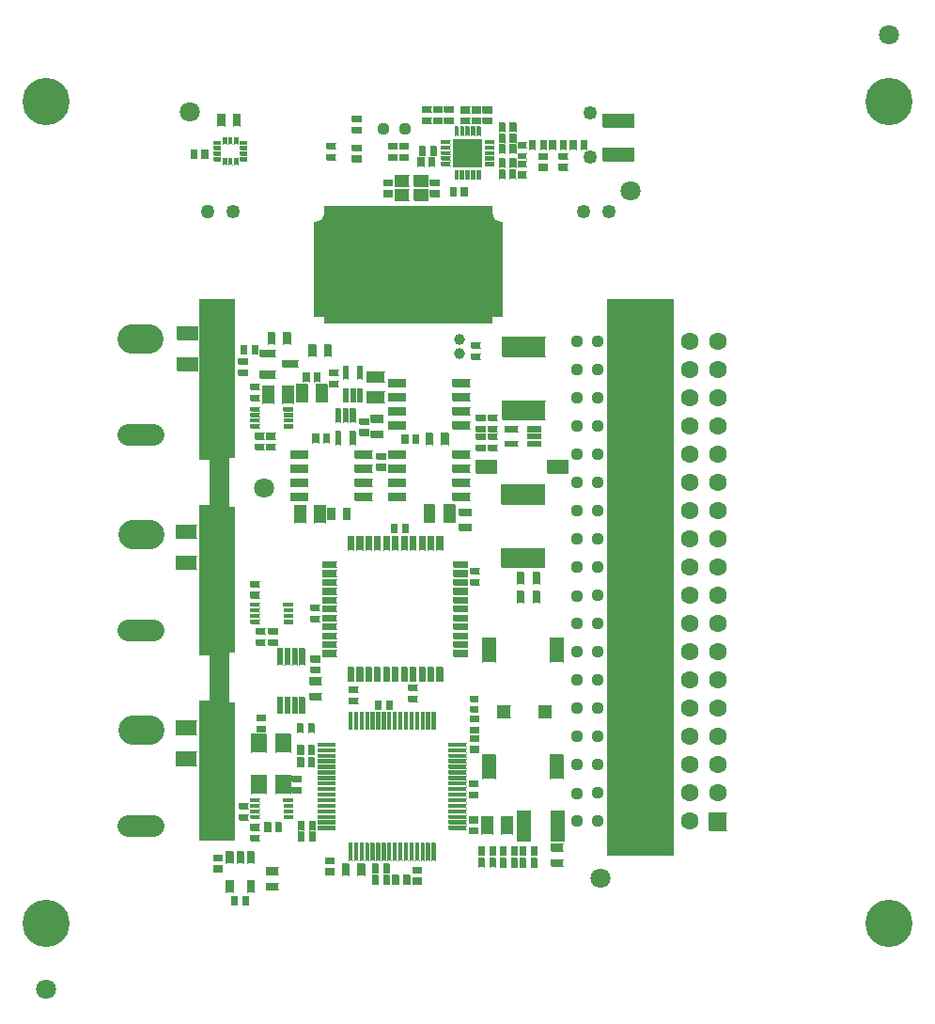
<source format=gts>
*
%FSLAX26Y26*%
%MOIN*%
%ADD10C,0.070870*%
%ADD11C,0.038580*%
%ADD12R,0.020750X0.020750*%
%ADD13C,0.003500*%
%ADD14R,0.017000X0.017000*%
%ADD15C,0.003000*%
%ADD16R,0.013000X0.013000*%
%ADD17R,0.012750X0.012750*%
%ADD18C,0.004000*%
%ADD19R,0.024500X0.024500*%
%ADD20R,0.038500X0.038500*%
%ADD21R,0.048250X0.048250*%
%ADD22R,0.046500X0.046500*%
%ADD23R,0.050500X0.050500*%
%ADD24R,0.068000X0.068000*%
%ADD25R,0.040250X0.040250*%
%ADD26R,0.099500X0.099500*%
%ADD27C,0.104173*%
%ADD28C,0.076173*%
%ADD29R,0.046250X0.046250*%
%ADD30R,0.024750X0.024750*%
%ADD31R,0.044500X0.044500*%
%ADD32R,0.060250X0.060250*%
%ADD33R,0.013250X0.013250*%
%ADD34R,0.018750X0.018750*%
%ADD35C,0.043750*%
%ADD36C,0.063250*%
%ADD37C,0.049250*%
%ADD38C,0.049500*%
%ADD39C,0.162750*%
%ADD40C,0.167323*%
%ADD41R,0.003947X0.003947*%
%ADD42C,0.003937*%
%IPPOS*%
%LN052s8c64709a.gts*%
%LPD*%
G75*
G36*
X705315Y728938D02*
Y1149409D01*
X824213D01*
X824212Y728937D01*
X705315Y728938D01*
G37*
G36*
Y1377363D02*
Y1841141D01*
X824213D01*
X824212Y1377362D01*
X705315Y1377363D01*
G37*
G36*
Y2069489D02*
Y2533661D01*
X824213D01*
X824212Y2069488D01*
X705315Y2069489D01*
G37*
G36*
X1178166Y2522450D02*
Y2932291D01*
X1708482D01*
X1708481Y2522449D01*
X1178166Y2522450D01*
G37*
G36*
X2151789Y673434D02*
Y2532881D01*
X2381513D01*
X2381512Y673433D01*
X2151789Y673434D01*
G37*
G36*
X1178363Y2521464D02*
G02X1178363Y2523828I0J1182D01*
G01X1708285D01*
G02X1708285Y2521464I0J-1182D01*
G01X1178363D01*
G37*
G36*
Y2930913D02*
G02X1178363Y2933277I0J1182D01*
G01X1708285D01*
G02X1708285Y2930913I0J-1182D01*
G01X1178363D01*
G37*
G36*
X2150804Y673630D02*
Y1603157D01*
X2153168D01*
Y674812D01*
X2380134D01*
Y1603157D01*
X2382498D01*
Y673630D01*
G02X2381316Y672448I-1182J0D01*
G01X2151986D01*
G02X2150804Y673630I0J1182D01*
G37*
G36*
Y1603157D02*
G01Y2532685D01*
G02X2151986Y2533867I1182J0D01*
G01X2381316D01*
G02X2382498Y2532685I0J-1182D01*
G01Y1603157D01*
X2380134D01*
Y2531503D01*
X2153168D01*
Y1603157D01*
X2150804D01*
G37*
G36*
X2381134Y1604157D02*
X2381498D01*
G02X2381498Y1602157I0J-1000D01*
G01X2381134D01*
G02X2381134Y1604157I0J1000D01*
G37*
G36*
X2151804D02*
G01X2152168D01*
G02X2152168Y1602157I0J-1000D01*
G01X2151804D01*
G02X2151804Y1604157I0J1000D01*
G37*
G54D10*
X157481Y157155D03*
X2125986Y550856D03*
X669293Y3267391D03*
X3149608Y3542982D03*
X2232674Y2987650D03*
G54D11*
X1623438Y2412027D03*
Y2462027D03*
G54D10*
X930118Y1934842D03*
G54D12*
X1466904Y582699D02*
G01X1480154D01*
G54D13*
X1458279Y593074D02*
X1488779D01*
X1458279Y572324D02*
X1488779D01*
G54D12*
X1466904Y543329D02*
X1480154D01*
G54D13*
X1458279Y553704D02*
X1488779D01*
X1458279Y532954D02*
X1488779D01*
G54D14*
X1244826Y2177276D02*
Y2209776D01*
G54D15*
X1236326Y2170276D02*
Y2216776D01*
X1253326Y2170276D02*
Y2216776D01*
G54D14*
X1219236Y2177276D02*
Y2209776D01*
G54D15*
X1210736Y2170276D02*
Y2216776D01*
X1227736Y2170276D02*
Y2216776D01*
G54D14*
X1193645Y2177276D02*
Y2209776D01*
G54D15*
X1185145Y2170276D02*
Y2216776D01*
X1202145Y2170276D02*
Y2216776D01*
G54D14*
X1193645Y2096567D02*
Y2129067D01*
G54D15*
X1185145Y2089567D02*
Y2136067D01*
X1202145Y2089567D02*
Y2136067D01*
G54D14*
X1244826Y2096567D02*
Y2129067D01*
G54D15*
X1236326Y2089567D02*
Y2136067D01*
X1253326Y2089567D02*
Y2136067D01*
G54D12*
X1364542Y2979943D02*
X1377792D01*
G54D13*
X1355917Y2990318D02*
X1386417D01*
X1355917Y2969568D02*
X1386417D01*
G54D12*
X1364542Y3019313D02*
X1377792D01*
G54D13*
X1355917Y3029688D02*
X1386417D01*
X1355917Y3008938D02*
X1386417D01*
G54D12*
X761195Y586636D02*
X774445D01*
G54D13*
X752570Y597011D02*
X783070D01*
X752570Y576261D02*
X783070D01*
G54D12*
X761195Y626006D02*
X774445D01*
G54D13*
X752570Y636381D02*
X783070D01*
X752570Y615631D02*
X783070D01*
G54D12*
X1420444Y3149228D02*
X1433694D01*
G54D13*
X1411819Y3159603D02*
X1442319D01*
X1411819Y3138853D02*
X1442319D01*
G54D12*
X1420444Y3109858D02*
X1433694D01*
G54D13*
X1411819Y3120233D02*
X1442319D01*
X1411819Y3099483D02*
X1442319D01*
G54D16*
X1237308Y621157D02*
Y671407D01*
G54D15*
X1230808Y616157D02*
Y676407D01*
X1243808Y616157D02*
Y676407D01*
G54D16*
X1256993Y621157D02*
Y671407D01*
G54D15*
X1250493Y616157D02*
Y676407D01*
X1263493Y616157D02*
Y676407D01*
G54D16*
X1276678Y621157D02*
Y671407D01*
G54D15*
X1270178Y616157D02*
Y676407D01*
X1283178Y616157D02*
Y676407D01*
G54D16*
X1296363Y621157D02*
Y671407D01*
G54D15*
X1289863Y616157D02*
Y676407D01*
X1302863Y616157D02*
Y676407D01*
G54D16*
X1316048Y621157D02*
Y671407D01*
G54D15*
X1309548Y616157D02*
Y676407D01*
X1322548Y616157D02*
Y676407D01*
G54D17*
X1335734Y620657D02*
Y671907D01*
G54D18*
X1329359Y616282D02*
Y676282D01*
X1342109Y616282D02*
Y676282D01*
G54D16*
X1355419Y621157D02*
Y671407D01*
G54D15*
X1348919Y616157D02*
Y676407D01*
X1361919Y616157D02*
Y676407D01*
G54D16*
X1375104Y621157D02*
Y671407D01*
G54D15*
X1368604Y616157D02*
Y676407D01*
X1381604Y616157D02*
Y676407D01*
G54D16*
X1394789Y621157D02*
Y671407D01*
G54D15*
X1388289Y616157D02*
Y676407D01*
X1401289Y616157D02*
Y676407D01*
G54D16*
X1414474Y621157D02*
Y671407D01*
G54D15*
X1407974Y616157D02*
Y676407D01*
X1420974Y616157D02*
Y676407D01*
G54D16*
X1434159Y621157D02*
Y671407D01*
G54D15*
X1427659Y616157D02*
Y676407D01*
X1440659Y616157D02*
Y676407D01*
G54D16*
X1453844Y621157D02*
Y671407D01*
G54D15*
X1447344Y616157D02*
Y676407D01*
X1460344Y616157D02*
Y676407D01*
G54D16*
X1473529Y621157D02*
Y671407D01*
G54D15*
X1467029Y616157D02*
Y676407D01*
X1480029Y616157D02*
Y676407D01*
G54D16*
X1493214Y621157D02*
Y671407D01*
G54D15*
X1486714Y616157D02*
Y676407D01*
X1499714Y616157D02*
Y676407D01*
G54D16*
X1512899Y621157D02*
Y671407D01*
G54D15*
X1506399Y616157D02*
Y676407D01*
X1519399Y616157D02*
Y676407D01*
G54D16*
X1532584Y621157D02*
Y671407D01*
G54D15*
X1526084Y616157D02*
Y676407D01*
X1539084Y616157D02*
Y676407D01*
G54D16*
X1592105Y730927D02*
X1642355D01*
G54D15*
X1587105Y737427D02*
X1647355D01*
X1587105Y724427D02*
X1647355D01*
G54D17*
X1591605Y750612D02*
X1642855D01*
G54D18*
X1587230Y756987D02*
X1647230D01*
X1587230Y744237D02*
X1647230D01*
G54D16*
X1592105Y770297D02*
X1642355D01*
G54D15*
X1587105Y776797D02*
X1647355D01*
X1587105Y763797D02*
X1647355D01*
G54D16*
X1592105Y789982D02*
X1642355D01*
G54D15*
X1587105Y796482D02*
X1647355D01*
X1587105Y783482D02*
X1647355D01*
G54D16*
X1592105Y809667D02*
X1642355D01*
G54D15*
X1587105Y816167D02*
X1647355D01*
X1587105Y803167D02*
X1647355D01*
G54D16*
X1592105Y829352D02*
X1642355D01*
G54D15*
X1587105Y835852D02*
X1647355D01*
X1587105Y822852D02*
X1647355D01*
G54D16*
X1592105Y849038D02*
X1642355D01*
G54D15*
X1587105Y855538D02*
X1647355D01*
X1587105Y842538D02*
X1647355D01*
G54D16*
X1592105Y868723D02*
X1642355D01*
G54D15*
X1587105Y875223D02*
X1647355D01*
X1587105Y862223D02*
X1647355D01*
G54D17*
X1591605Y888408D02*
X1642855D01*
G54D18*
X1587230Y894783D02*
X1647230D01*
X1587230Y882033D02*
X1647230D01*
G54D16*
X1592105Y908093D02*
X1642355D01*
G54D15*
X1587105Y914593D02*
X1647355D01*
X1587105Y901593D02*
X1647355D01*
G54D16*
X1592105Y927778D02*
X1642355D01*
G54D15*
X1587105Y934278D02*
X1647355D01*
X1587105Y921278D02*
X1647355D01*
G54D16*
X1592105Y947463D02*
X1642355D01*
G54D15*
X1587105Y953963D02*
X1647355D01*
X1587105Y940963D02*
X1647355D01*
G54D16*
X1592105Y967148D02*
X1642355D01*
G54D15*
X1587105Y973648D02*
X1647355D01*
X1587105Y960648D02*
X1647355D01*
G54D16*
X1592105Y986833D02*
X1642355D01*
G54D15*
X1587105Y993333D02*
X1647355D01*
X1587105Y980333D02*
X1647355D01*
G54D16*
X1592105Y1006518D02*
X1642355D01*
G54D15*
X1587105Y1013018D02*
X1647355D01*
X1587105Y1000018D02*
X1647355D01*
G54D16*
X1592105Y1026203D02*
X1642355D01*
G54D15*
X1587105Y1032703D02*
X1647355D01*
X1587105Y1019703D02*
X1647355D01*
G54D16*
X1532584Y1085724D02*
Y1135974D01*
G54D15*
X1526084Y1080724D02*
Y1140974D01*
X1539084Y1080724D02*
Y1140974D01*
G54D16*
X1512899Y1085724D02*
Y1135974D01*
G54D15*
X1506399Y1080724D02*
Y1140974D01*
X1519399Y1080724D02*
Y1140974D01*
G54D16*
X1493214Y1085724D02*
Y1135974D01*
G54D15*
X1486714Y1080724D02*
Y1140974D01*
X1499714Y1080724D02*
Y1140974D01*
G54D16*
X1473529Y1085724D02*
Y1135974D01*
G54D15*
X1467029Y1080724D02*
Y1140974D01*
X1480029Y1080724D02*
Y1140974D01*
G54D16*
X1453844Y1085724D02*
Y1135974D01*
G54D15*
X1447344Y1080724D02*
Y1140974D01*
X1460344Y1080724D02*
Y1140974D01*
G54D16*
X1434159Y1085724D02*
Y1135974D01*
G54D15*
X1427659Y1080724D02*
Y1140974D01*
X1440659Y1080724D02*
Y1140974D01*
G54D16*
X1414474Y1085724D02*
Y1135974D01*
G54D15*
X1407974Y1080724D02*
Y1140974D01*
X1420974Y1080724D02*
Y1140974D01*
G54D16*
X1394789Y1085724D02*
Y1135974D01*
G54D15*
X1388289Y1080724D02*
Y1140974D01*
X1401289Y1080724D02*
Y1140974D01*
G54D16*
X1375104Y1085724D02*
Y1135974D01*
G54D15*
X1368604Y1080724D02*
Y1140974D01*
X1381604Y1080724D02*
Y1140974D01*
G54D17*
X1355419Y1085224D02*
Y1136474D01*
G54D18*
X1349044Y1080849D02*
Y1140849D01*
X1361794Y1080849D02*
Y1140849D01*
G54D16*
X1335734Y1085724D02*
Y1135974D01*
G54D15*
X1329234Y1080724D02*
Y1140974D01*
X1342234Y1080724D02*
Y1140974D01*
G54D16*
X1316048Y1085724D02*
Y1135974D01*
G54D15*
X1309548Y1080724D02*
Y1140974D01*
X1322548Y1080724D02*
Y1140974D01*
G54D16*
X1296363Y1085724D02*
Y1135974D01*
G54D15*
X1289863Y1080724D02*
Y1140974D01*
X1302863Y1080724D02*
Y1140974D01*
G54D16*
X1276678Y1085724D02*
Y1135974D01*
G54D15*
X1270178Y1080724D02*
Y1140974D01*
X1283178Y1080724D02*
Y1140974D01*
G54D16*
X1256993Y1085724D02*
Y1135974D01*
G54D15*
X1250493Y1080724D02*
Y1140974D01*
X1263493Y1080724D02*
Y1140974D01*
G54D16*
X1237308Y1085724D02*
Y1135974D01*
G54D15*
X1230808Y1080724D02*
Y1140974D01*
X1243808Y1080724D02*
Y1140974D01*
G54D16*
X1127538Y1026203D02*
X1177788D01*
G54D15*
X1122538Y1032703D02*
X1182788D01*
X1122538Y1019703D02*
X1182788D01*
G54D17*
X1127038Y1006518D02*
X1178288D01*
G54D18*
X1122663Y1012893D02*
X1182663D01*
X1122663Y1000143D02*
X1182663D01*
G54D16*
X1127538Y986833D02*
X1177788D01*
G54D15*
X1122538Y993333D02*
X1182788D01*
X1122538Y980333D02*
X1182788D01*
G54D16*
X1127538Y967148D02*
X1177788D01*
G54D15*
X1122538Y973648D02*
X1182788D01*
X1122538Y960648D02*
X1182788D01*
G54D16*
X1127538Y947463D02*
X1177788D01*
G54D15*
X1122538Y953963D02*
X1182788D01*
X1122538Y940963D02*
X1182788D01*
G54D16*
X1127538Y927778D02*
X1177788D01*
G54D15*
X1122538Y934278D02*
X1182788D01*
X1122538Y921278D02*
X1182788D01*
G54D16*
X1127538Y908093D02*
X1177788D01*
G54D15*
X1122538Y914593D02*
X1182788D01*
X1122538Y901593D02*
X1182788D01*
G54D16*
X1127538Y888408D02*
X1177788D01*
G54D15*
X1122538Y894908D02*
X1182788D01*
X1122538Y881908D02*
X1182788D01*
G54D16*
X1127538Y868723D02*
X1177788D01*
G54D15*
X1122538Y875223D02*
X1182788D01*
X1122538Y862223D02*
X1182788D01*
G54D17*
X1127038Y849038D02*
X1178288D01*
G54D18*
X1122663Y855413D02*
X1182663D01*
X1122663Y842663D02*
X1182663D01*
G54D17*
X1127038Y829352D02*
X1178288D01*
G54D18*
X1122663Y835727D02*
X1182663D01*
X1122663Y822977D02*
X1182663D01*
G54D16*
X1127538Y809667D02*
X1177788D01*
G54D15*
X1122538Y816167D02*
X1182788D01*
X1122538Y803167D02*
X1182788D01*
G54D16*
X1127538Y789982D02*
X1177788D01*
G54D15*
X1122538Y796482D02*
X1182788D01*
X1122538Y783482D02*
X1182788D01*
G54D16*
X1127538Y770297D02*
X1177788D01*
G54D15*
X1122538Y776797D02*
X1182788D01*
X1122538Y763797D02*
X1182788D01*
G54D16*
X1127538Y750612D02*
X1177788D01*
G54D15*
X1122538Y757112D02*
X1182788D01*
X1122538Y744112D02*
X1182788D01*
G54D16*
X1127538Y730927D02*
X1177788D01*
G54D15*
X1122538Y737427D02*
X1182788D01*
X1122538Y724427D02*
X1182788D01*
G54D12*
X1773726Y3041625D02*
Y3054875D01*
G54D13*
X1763351Y3033000D02*
Y3063500D01*
X1784101Y3033000D02*
Y3063500D01*
G54D12*
X1813096Y3041625D02*
Y3054875D01*
G54D13*
X1802721Y3033000D02*
Y3063500D01*
X1823471Y3033000D02*
Y3063500D01*
G54D12*
X1391836Y1786310D02*
Y1799560D01*
G54D13*
X1381461Y1777685D02*
Y1808185D01*
X1402211Y1777685D02*
Y1808185D01*
G54D12*
X1431206Y1786310D02*
Y1799560D01*
G54D13*
X1420831Y1777685D02*
Y1808185D01*
X1441581Y1777685D02*
Y1808185D01*
G54D12*
X849871Y2345275D02*
X863121D01*
G54D13*
X841246Y2355650D02*
X871746D01*
X841246Y2334900D02*
X871746D01*
G54D12*
X849871Y2384646D02*
X863121D01*
G54D13*
X841246Y2395021D02*
X871746D01*
X841246Y2374271D02*
X871746D01*
G54D19*
X1103668Y1251597D02*
X1122918D01*
G54D13*
X1093168Y1263847D02*
X1133418D01*
X1093168Y1239347D02*
X1133418D01*
G54D19*
X1103668Y1196478D02*
X1122918D01*
G54D13*
X1093168Y1208728D02*
X1133418D01*
X1093168Y1184228D02*
X1133418D01*
G54D20*
X944291Y2253232D02*
Y2280232D01*
G54D13*
X925041Y2235732D02*
Y2297732D01*
X963541Y2235732D02*
Y2297732D01*
G54D20*
X1015158Y2253232D02*
Y2280232D01*
G54D13*
X995908Y2235732D02*
Y2297732D01*
X1034408Y2235732D02*
Y2297732D01*
G54D12*
X1580093Y3278171D02*
X1593343D01*
G54D13*
X1571468Y3288546D02*
X1601968D01*
X1571468Y3267796D02*
X1601968D01*
G54D12*
X1580093Y3238801D02*
X1593343D01*
G54D13*
X1571468Y3249176D02*
X1601968D01*
X1571468Y3228426D02*
X1601968D01*
G54D19*
X1101398Y2413231D02*
Y2432481D01*
G54D13*
X1089148Y2402731D02*
Y2442981D01*
X1113648Y2402731D02*
Y2442981D01*
G54D19*
X1156516Y2413231D02*
Y2432481D01*
G54D13*
X1144266Y2402731D02*
Y2442981D01*
X1168766Y2402731D02*
Y2442981D01*
G54D12*
X1773726Y3081586D02*
Y3094836D01*
G54D13*
X1763351Y3072961D02*
Y3103461D01*
X1784101Y3072961D02*
Y3103461D01*
G54D12*
X1813096Y3081586D02*
Y3094836D01*
G54D13*
X1802721Y3072961D02*
Y3103461D01*
X1823471Y3072961D02*
Y3103461D01*
G54D12*
X1525860Y3085402D02*
Y3098652D01*
G54D13*
X1515485Y3076777D02*
Y3107277D01*
X1536235Y3076777D02*
Y3107277D01*
G54D12*
X1486490Y3085402D02*
Y3098652D01*
G54D13*
X1476115Y3076777D02*
Y3107277D01*
X1496865Y3076777D02*
Y3107277D01*
G54D21*
X645555Y2374803D02*
X672555D01*
G54D13*
X623180Y2398928D02*
X694930D01*
X623180Y2350678D02*
X694930D01*
G54D21*
X645555Y2485039D02*
X672555D01*
G54D13*
X623180Y2509164D02*
X694930D01*
X623180Y2460914D02*
X694930D01*
G54D14*
X1872633Y2094116D02*
X1905133D01*
G54D15*
X1865633Y2102616D02*
X1912133D01*
X1865633Y2085616D02*
X1912133D01*
G54D14*
X1872633Y2119707D02*
X1905133D01*
G54D15*
X1865633Y2128207D02*
X1912133D01*
X1865633Y2111207D02*
X1912133D01*
G54D14*
X1872633Y2145297D02*
X1905133D01*
G54D15*
X1865633Y2153797D02*
X1912133D01*
X1865633Y2136797D02*
X1912133D01*
G54D14*
X1791924Y2145297D02*
X1824424D01*
G54D15*
X1784924Y2153797D02*
X1831424D01*
X1784924Y2136797D02*
X1831424D01*
G54D14*
X1791924Y2094116D02*
X1824424D01*
G54D15*
X1784924Y2102616D02*
X1831424D01*
X1784924Y2085616D02*
X1831424D01*
G54D12*
X1639584Y2979210D02*
Y2992460D01*
G54D13*
X1629209Y2970585D02*
Y3001085D01*
X1649959Y2970585D02*
Y3001085D01*
G54D12*
X1600214Y2979210D02*
Y2992460D01*
G54D13*
X1589839Y2970585D02*
Y3001085D01*
X1610589Y2970585D02*
Y3001085D01*
G54D12*
X1061811Y693375D02*
Y706625D01*
G54D13*
X1051436Y684750D02*
Y715250D01*
X1072186Y684750D02*
Y715250D01*
G54D12*
X1101181Y693375D02*
Y706625D01*
G54D13*
X1090806Y684750D02*
Y715250D01*
X1111556Y684750D02*
Y715250D01*
G54D12*
X1672613Y1601990D02*
X1685863D01*
G54D13*
X1663988Y1612365D02*
X1694488D01*
X1663988Y1591615D02*
X1694488D01*
G54D12*
X1672613Y1641360D02*
X1685863D01*
G54D13*
X1663988Y1651735D02*
X1694488D01*
X1663988Y1630985D02*
X1694488D01*
G54D12*
X892391Y2295669D02*
X905641D01*
G54D13*
X883766Y2306044D02*
X914266D01*
X883766Y2285294D02*
X914266D01*
G54D12*
X892391Y2256299D02*
X905641D01*
G54D13*
X883766Y2266674D02*
X914266D01*
X883766Y2245924D02*
X914266D01*
G54D12*
X1157849Y616537D02*
X1171099D01*
G54D13*
X1149224Y626912D02*
X1179724D01*
X1149224Y606162D02*
X1179724D01*
G54D12*
X1157849Y577167D02*
X1171099D01*
G54D13*
X1149224Y587542D02*
X1179724D01*
X1149224Y566792D02*
X1179724D01*
G54D22*
X1970576Y705801D02*
Y769801D01*
G54D15*
X1947326Y684051D02*
Y791551D01*
X1993826Y684051D02*
Y791551D01*
G54D22*
X1852466Y705801D02*
Y769801D01*
G54D15*
X1829216Y684051D02*
Y791551D01*
X1875716Y684051D02*
Y791551D01*
G54D12*
X1279540Y2133486D02*
X1292790D01*
G54D13*
X1270915Y2143861D02*
X1301415D01*
X1270915Y2123111D02*
X1301415D01*
G54D12*
X1279540Y2172856D02*
X1292790D01*
G54D13*
X1270915Y2183231D02*
X1301415D01*
X1270915Y2162481D02*
X1301415D01*
G54D19*
X1895852Y1606145D02*
Y1625395D01*
G54D13*
X1883602Y1595645D02*
Y1635895D01*
X1908102Y1595645D02*
Y1635895D01*
G54D19*
X1840734Y1606145D02*
Y1625395D01*
G54D13*
X1828484Y1595645D02*
Y1635895D01*
X1852984Y1595645D02*
Y1635895D01*
G54D12*
X1677534Y3237817D02*
X1690784D01*
G54D13*
X1668909Y3248192D02*
X1699409D01*
X1668909Y3227442D02*
X1699409D01*
G54D12*
X1677534Y3277187D02*
X1690784D01*
G54D13*
X1668909Y3287562D02*
X1699409D01*
X1668909Y3266812D02*
X1699409D01*
G54D23*
X998135Y877080D02*
Y893830D01*
G54D15*
X972885Y853330D02*
Y917580D01*
X1023385Y853330D02*
Y917580D01*
G54D23*
X998135Y1022749D02*
Y1039499D01*
G54D15*
X972885Y998999D02*
Y1063249D01*
X1023385Y998999D02*
Y1063249D01*
G54D23*
X911521Y1022749D02*
Y1039499D01*
G54D15*
X886271Y998999D02*
Y1063249D01*
X936771Y998999D02*
Y1063249D01*
G54D23*
X911521Y877080D02*
Y893830D01*
G54D15*
X886271Y853330D02*
Y917580D01*
X936771Y853330D02*
Y917580D01*
G54D16*
X1006461Y1463132D02*
X1027211D01*
G54D15*
X1001461Y1469632D02*
X1032211D01*
X1001461Y1456632D02*
X1032211D01*
G54D16*
X1006461Y1482817D02*
X1027211D01*
G54D15*
X1001461Y1489317D02*
X1032211D01*
X1001461Y1476317D02*
X1032211D01*
G54D16*
X1006461Y1502502D02*
X1027211D01*
G54D15*
X1001461Y1509002D02*
X1032211D01*
X1001461Y1496002D02*
X1032211D01*
G54D17*
X1005961Y1522187D02*
X1027711D01*
G54D18*
X1001586Y1528562D02*
X1032086D01*
X1001586Y1515812D02*
X1032086D01*
G54D16*
X888351Y1522187D02*
X909101D01*
G54D15*
X883351Y1528687D02*
X914101D01*
X883351Y1515687D02*
X914101D01*
G54D16*
X888351Y1502502D02*
X909101D01*
G54D15*
X883351Y1509002D02*
X914101D01*
X883351Y1496002D02*
X914101D01*
G54D16*
X888351Y1482817D02*
X909101D01*
G54D15*
X883351Y1489317D02*
X914101D01*
X883351Y1476317D02*
X914101D01*
G54D16*
X888351Y1463132D02*
X909101D01*
G54D15*
X883351Y1469632D02*
X914101D01*
X883351Y1456632D02*
X914101D01*
G54D12*
X912666Y1427559D02*
X925916D01*
G54D13*
X904041Y1437934D02*
X934541D01*
X904041Y1417184D02*
X934541D01*
G54D12*
X912666Y1388189D02*
X925916D01*
G54D13*
X904041Y1398564D02*
X934541D01*
X904041Y1377814D02*
X934541D01*
G54D22*
X2156096Y3119707D02*
X2220096D01*
G54D15*
X2134346Y3142957D02*
X2241846D01*
X2134346Y3096457D02*
X2241846D01*
G54D22*
X2156096Y3237817D02*
X2220096D01*
G54D15*
X2134346Y3261067D02*
X2241846D01*
X2134346Y3214567D02*
X2241846D01*
G54D12*
X1452140Y1228959D02*
X1465390D01*
G54D13*
X1443515Y1239334D02*
X1474015D01*
X1443515Y1218584D02*
X1474015D01*
G54D12*
X1452140Y1189589D02*
X1465390D01*
G54D13*
X1443515Y1199964D02*
X1474015D01*
X1443515Y1179214D02*
X1474015D01*
G54D12*
X1735605Y2117738D02*
X1748855D01*
G54D13*
X1726980Y2128113D02*
X1757480D01*
X1726980Y2107363D02*
X1757480D01*
G54D12*
X1735605Y2078368D02*
X1748855D01*
G54D13*
X1726980Y2088743D02*
X1757480D01*
X1726980Y2067993D02*
X1757480D01*
G54D12*
X2026678Y3145562D02*
Y3158812D01*
G54D13*
X2016303Y3136937D02*
Y3167437D01*
X2037053Y3136937D02*
Y3167437D01*
G54D12*
X2066048Y3145562D02*
Y3158812D01*
G54D13*
X2055673Y3136937D02*
Y3167437D01*
X2076423Y3136937D02*
Y3167437D01*
G54D12*
X909123Y2120275D02*
X922373D01*
G54D13*
X900498Y2130650D02*
X930998D01*
X900498Y2109900D02*
X930998D01*
G54D12*
X909123Y2080905D02*
X922373D01*
G54D13*
X900498Y2091280D02*
X930998D01*
X900498Y2070530D02*
X930998D01*
G54D12*
X719592Y3113082D02*
Y3126332D01*
G54D13*
X709217Y3104457D02*
Y3134957D01*
X729967Y3104457D02*
Y3134957D01*
G54D12*
X680222Y3113082D02*
Y3126332D01*
G54D13*
X669847Y3104457D02*
Y3134957D01*
X690597Y3104457D02*
Y3134957D01*
G54D12*
X1716234Y3237817D02*
X1729484D01*
G54D13*
X1707609Y3248192D02*
X1738109D01*
X1707609Y3227442D02*
X1738109D01*
G54D12*
X1716234Y3277187D02*
X1729484D01*
G54D13*
X1707609Y3287562D02*
X1738109D01*
X1707609Y3266812D02*
X1738109D01*
G54D12*
X1364277Y580602D02*
Y593852D01*
G54D13*
X1353902Y571977D02*
Y602477D01*
X1374652Y571977D02*
Y602477D01*
G54D12*
X1324907Y580602D02*
Y593852D01*
G54D13*
X1314532Y571977D02*
Y602477D01*
X1335282Y571977D02*
Y602477D01*
G54D12*
X1735605Y2184667D02*
X1748855D01*
G54D13*
X1726980Y2195042D02*
X1757480D01*
X1726980Y2174292D02*
X1757480D01*
G54D12*
X1735605Y2145297D02*
X1748855D01*
G54D13*
X1726980Y2155672D02*
X1757480D01*
X1726980Y2134922D02*
X1757480D01*
G54D20*
X1129041Y1830616D02*
Y1857616D01*
G54D13*
X1109791Y1813116D02*
Y1875116D01*
X1148291Y1813116D02*
Y1875116D01*
G54D20*
X1058174Y1830616D02*
Y1857616D01*
G54D13*
X1038924Y1813116D02*
Y1875116D01*
X1077424Y1813116D02*
Y1875116D01*
G54D19*
X1219592Y573448D02*
Y592698D01*
G54D13*
X1207342Y562948D02*
Y603198D01*
X1231842Y562948D02*
Y603198D01*
G54D19*
X1274710Y573448D02*
Y592698D01*
G54D13*
X1262460Y562948D02*
Y603198D01*
X1286960Y562948D02*
Y603198D01*
G54D19*
X1264435Y1904943D02*
X1303435D01*
G54D13*
X1253935Y1917193D02*
X1313935D01*
X1253935Y1892693D02*
X1313935D01*
G54D19*
X1264435Y1954943D02*
X1303435D01*
G54D13*
X1253935Y1967193D02*
X1313935D01*
X1253935Y1942693D02*
X1313935D01*
G54D19*
X1264435Y2004943D02*
X1303435D01*
G54D13*
X1253935Y2017193D02*
X1313935D01*
X1253935Y1992693D02*
X1313935D01*
G54D19*
X1264435Y2054943D02*
X1303435D01*
G54D13*
X1253935Y2067193D02*
X1313935D01*
X1253935Y2042693D02*
X1313935D01*
G54D19*
X1036088Y2054943D02*
X1075088D01*
G54D13*
X1025588Y2067193D02*
X1085588D01*
X1025588Y2042693D02*
X1085588D01*
G54D19*
X1036088Y2004943D02*
X1075088D01*
G54D13*
X1025588Y2017193D02*
X1085588D01*
X1025588Y1992693D02*
X1085588D01*
G54D19*
X1036088Y1954943D02*
X1075088D01*
G54D13*
X1025588Y1967193D02*
X1085588D01*
X1025588Y1942693D02*
X1085588D01*
G54D19*
X1036088Y1904943D02*
X1075088D01*
G54D13*
X1025588Y1917193D02*
X1085588D01*
X1025588Y1892693D02*
X1085588D01*
G54D24*
X1806388Y1913014D02*
X1892638D01*
G54D13*
X1774138Y1947014D02*
X1924888D01*
X1774138Y1879014D02*
X1924888D01*
G54D24*
X1806388Y1688604D02*
X1892638D01*
G54D13*
X1774138Y1722604D02*
X1924888D01*
X1774138Y1654604D02*
X1924888D01*
G54D16*
X1006461Y770140D02*
X1027211D01*
G54D15*
X1001461Y776640D02*
X1032211D01*
X1001461Y763640D02*
X1032211D01*
G54D16*
X1006461Y789825D02*
X1027211D01*
G54D15*
X1001461Y796325D02*
X1032211D01*
X1001461Y783325D02*
X1032211D01*
G54D16*
X1006461Y809510D02*
X1027211D01*
G54D15*
X1001461Y816010D02*
X1032211D01*
X1001461Y803010D02*
X1032211D01*
G54D17*
X1005961Y829195D02*
X1027711D01*
G54D18*
X1001586Y835570D02*
X1032086D01*
X1001586Y822820D02*
X1032086D01*
G54D16*
X888351Y829195D02*
X909101D01*
G54D15*
X883351Y835695D02*
X914101D01*
X883351Y822695D02*
X914101D01*
G54D16*
X888351Y809510D02*
X909101D01*
G54D15*
X883351Y816010D02*
X914101D01*
X883351Y803010D02*
X914101D01*
G54D16*
X888351Y789825D02*
X909101D01*
G54D15*
X883351Y796325D02*
X914101D01*
X883351Y783325D02*
X914101D01*
G54D16*
X888351Y770140D02*
X909101D01*
G54D15*
X883351Y776640D02*
X914101D01*
X883351Y763640D02*
X914101D01*
G54D19*
X1010930Y2456539D02*
Y2475789D01*
G54D13*
X998680Y2446039D02*
Y2486289D01*
X1023180Y2446039D02*
Y2486289D01*
G54D19*
X955812Y2456539D02*
Y2475789D01*
G54D13*
X943562Y2446039D02*
Y2486289D01*
X968062Y2446039D02*
Y2486289D01*
G54D25*
X1481558Y3025219D02*
X1493058D01*
G54D13*
X1463183Y3045344D02*
X1511433D01*
X1463183Y3005094D02*
X1511433D01*
G54D25*
X1414629Y3025219D02*
X1426129D01*
G54D13*
X1396254Y3045344D02*
X1444504D01*
X1396254Y3005094D02*
X1444504D01*
G54D25*
X1414629Y2974038D02*
X1426129D01*
G54D13*
X1396254Y2994163D02*
X1444504D01*
X1396254Y2953913D02*
X1444504D01*
G54D25*
X1481558Y2974038D02*
X1493058D01*
G54D13*
X1463183Y2994163D02*
X1511433D01*
X1463183Y2953913D02*
X1511433D01*
G54D20*
X1313375Y2259471D02*
X1340375D01*
G54D13*
X1295875Y2278721D02*
X1357875D01*
X1295875Y2240221D02*
X1357875D01*
G54D20*
X1313375Y2330337D02*
X1340375D01*
G54D13*
X1295875Y2349587D02*
X1357875D01*
X1295875Y2311087D02*
X1357875D01*
G54D12*
X1667691Y849038D02*
X1680941D01*
G54D13*
X1659066Y859413D02*
X1689566D01*
X1659066Y838663D02*
X1689566D01*
G54D12*
X1667691Y888408D02*
X1680941D01*
G54D13*
X1659066Y898783D02*
X1689566D01*
X1659066Y878033D02*
X1689566D01*
G54D12*
X1670644Y1049825D02*
X1683894D01*
G54D13*
X1662019Y1060200D02*
X1692519D01*
X1662019Y1039450D02*
X1692519D01*
G54D12*
X1670644Y1010455D02*
X1683894D01*
G54D13*
X1662019Y1020830D02*
X1692519D01*
X1662019Y1000080D02*
X1692519D01*
G54D12*
X1773836Y3130785D02*
Y3144035D01*
G54D13*
X1763461Y3122160D02*
Y3152660D01*
X1784211Y3122160D02*
Y3152660D01*
G54D12*
X1813206Y3130785D02*
Y3144035D01*
G54D13*
X1802831Y3122160D02*
Y3152660D01*
X1823581Y3122160D02*
Y3152660D01*
G54D16*
X1565300Y3163019D02*
X1585300D01*
G54D15*
X1560300Y3169519D02*
X1590300D01*
X1560300Y3156519D02*
X1590300D01*
G54D16*
X1565300Y3143334D02*
X1585300D01*
G54D15*
X1560300Y3149834D02*
X1590300D01*
X1560300Y3136834D02*
X1590300D01*
G54D16*
X1565300Y3123649D02*
X1585300D01*
G54D15*
X1560300Y3130149D02*
X1590300D01*
X1560300Y3117149D02*
X1590300D01*
G54D16*
X1565300Y3103964D02*
X1585300D01*
G54D15*
X1560300Y3110464D02*
X1590300D01*
X1560300Y3097464D02*
X1590300D01*
G54D16*
X1565300Y3084279D02*
X1585300D01*
G54D15*
X1560300Y3090779D02*
X1590300D01*
X1560300Y3077779D02*
X1590300D01*
G54D16*
X1613293Y3036287D02*
Y3056287D01*
G54D15*
X1606793Y3031287D02*
Y3061287D01*
X1619793Y3031287D02*
Y3061287D01*
G54D16*
X1632978Y3036287D02*
Y3056287D01*
G54D15*
X1626478Y3031287D02*
Y3061287D01*
X1639478Y3031287D02*
Y3061287D01*
G54D16*
X1652663Y3036287D02*
Y3056287D01*
G54D15*
X1646163Y3031287D02*
Y3061287D01*
X1659163Y3031287D02*
Y3061287D01*
G54D16*
X1672348Y3036287D02*
Y3056287D01*
G54D15*
X1665848Y3031287D02*
Y3061287D01*
X1678848Y3031287D02*
Y3061287D01*
G54D16*
X1692033Y3036287D02*
Y3056287D01*
G54D15*
X1685533Y3031287D02*
Y3061287D01*
X1698533Y3031287D02*
Y3061287D01*
G54D16*
X1720025Y3084279D02*
X1740025D01*
G54D15*
X1715025Y3090779D02*
X1745025D01*
X1715025Y3077779D02*
X1745025D01*
G54D16*
X1720025Y3103964D02*
X1740025D01*
G54D15*
X1715025Y3110464D02*
X1745025D01*
X1715025Y3097464D02*
X1745025D01*
G54D16*
X1720025Y3123649D02*
X1740025D01*
G54D15*
X1715025Y3130149D02*
X1745025D01*
X1715025Y3117149D02*
X1745025D01*
G54D16*
X1720025Y3143334D02*
X1740025D01*
G54D15*
X1715025Y3149834D02*
X1745025D01*
X1715025Y3136834D02*
X1745025D01*
G54D16*
X1720025Y3163019D02*
X1740025D01*
G54D15*
X1715025Y3169519D02*
X1745025D01*
X1715025Y3156519D02*
X1745025D01*
G54D17*
X1692033Y3190511D02*
Y3211511D01*
G54D18*
X1685658Y3186136D02*
Y3215886D01*
X1698408Y3186136D02*
Y3215886D01*
G54D16*
X1672348Y3191011D02*
Y3211011D01*
G54D15*
X1665848Y3186011D02*
Y3216011D01*
X1678848Y3186011D02*
Y3216011D01*
G54D16*
X1652663Y3191011D02*
Y3211011D01*
G54D15*
X1646163Y3186011D02*
Y3216011D01*
X1659163Y3186011D02*
Y3216011D01*
G54D17*
X1632978Y3190511D02*
Y3211511D01*
G54D18*
X1626603Y3186136D02*
Y3215886D01*
X1639353Y3186136D02*
Y3215886D01*
G54D16*
X1613293Y3191011D02*
Y3211011D01*
G54D15*
X1606793Y3186011D02*
Y3216011D01*
X1619793Y3186011D02*
Y3216011D01*
G54D26*
X1650913Y3123649D02*
X1654413D01*
G54D13*
X1602913Y3173399D02*
X1702413D01*
X1602913Y3073899D02*
X1702413D01*
G54D19*
X1611509Y1904746D02*
X1650509D01*
G54D13*
X1601009Y1916996D02*
X1661009D01*
X1601009Y1892496D02*
X1661009D01*
G54D19*
X1611509Y1954746D02*
X1650509D01*
G54D13*
X1601009Y1966996D02*
X1661009D01*
X1601009Y1942496D02*
X1661009D01*
G54D19*
X1611509Y2004746D02*
X1650509D01*
G54D13*
X1601009Y2016996D02*
X1661009D01*
X1601009Y1992496D02*
X1661009D01*
G54D19*
X1611509Y2054746D02*
X1650509D01*
G54D13*
X1601009Y2066996D02*
X1661009D01*
X1601009Y2042496D02*
X1661009D01*
G54D19*
X1383163Y2054746D02*
X1422163D01*
G54D13*
X1372663Y2066996D02*
X1432663D01*
X1372663Y2042496D02*
X1432663D01*
G54D19*
X1383163Y2004746D02*
X1422163D01*
G54D13*
X1372663Y2016996D02*
X1432663D01*
X1372663Y1992496D02*
X1432663D01*
G54D19*
X1383163Y1954746D02*
X1422163D01*
G54D13*
X1372663Y1966996D02*
X1432663D01*
X1372663Y1942496D02*
X1432663D01*
G54D19*
X1383163Y1904746D02*
X1422163D01*
G54D13*
X1372663Y1916996D02*
X1432663D01*
X1372663Y1892496D02*
X1432663D01*
G54D19*
X1960951Y662423D02*
X1980201D01*
G54D13*
X1950451Y674673D02*
X1990701D01*
X1950451Y650173D02*
X1990701D01*
G54D19*
X1960951Y607305D02*
X1980201D01*
G54D13*
X1950451Y619555D02*
X1990701D01*
X1950451Y595055D02*
X1990701D01*
G54D12*
X1888402Y642961D02*
Y656211D01*
G54D13*
X1878027Y634336D02*
Y664836D01*
X1898777Y634336D02*
Y664836D01*
G54D12*
X1849032Y642961D02*
Y656211D01*
G54D13*
X1838657Y634336D02*
Y664836D01*
X1859407Y634336D02*
Y664836D01*
G54D19*
X1840655Y1540200D02*
Y1559450D01*
G54D13*
X1828405Y1529700D02*
Y1569950D01*
X1852905Y1529700D02*
Y1569950D01*
G54D19*
X1895773Y1540200D02*
Y1559450D01*
G54D13*
X1883523Y1529700D02*
Y1569950D01*
X1908023Y1529700D02*
Y1569950D01*
G54D12*
X1838951Y3086228D02*
X1852201D01*
G54D13*
X1830326Y3096603D02*
X1860826D01*
X1830326Y3075853D02*
X1860826D01*
G54D12*
X1838951Y3046858D02*
X1852201D01*
G54D13*
X1830326Y3057233D02*
X1860826D01*
X1830326Y3036483D02*
X1860826D01*
G54D27*
X463253Y1771864D02*
X523253D01*
G54D28*
X449253Y1431612D02*
X537253D01*
G54D12*
X898228Y2418965D02*
Y2432215D01*
G54D13*
X887853Y2410340D02*
Y2440840D01*
X908603Y2410340D02*
Y2440840D01*
G54D12*
X858858Y2418965D02*
Y2432215D01*
G54D13*
X848483Y2410340D02*
Y2440840D01*
X869233Y2410340D02*
Y2440840D01*
G54D24*
X1809341Y2436636D02*
X1895591D01*
G54D13*
X1777091Y2470636D02*
X1927841D01*
X1777091Y2402636D02*
X1927841D01*
G54D24*
X1809341Y2212227D02*
X1895591D01*
G54D13*
X1777091Y2246227D02*
X1927841D01*
X1777091Y2178227D02*
X1927841D01*
G54D12*
X1670644Y1079352D02*
X1683894D01*
G54D13*
X1662019Y1089727D02*
X1692519D01*
X1662019Y1068977D02*
X1692519D01*
G54D12*
X1670644Y1118723D02*
X1683894D01*
G54D13*
X1662019Y1129098D02*
X1692519D01*
X1662019Y1108348D02*
X1692519D01*
G54D12*
X956564Y1427362D02*
X969814D01*
G54D13*
X947939Y1437737D02*
X978439D01*
X947939Y1416987D02*
X978439D01*
G54D12*
X956564Y1387992D02*
X969814D01*
G54D13*
X947939Y1398367D02*
X978439D01*
X947939Y1377617D02*
X978439D01*
G54D12*
X943307Y726839D02*
Y740089D01*
G54D13*
X932932Y718214D02*
Y748714D01*
X953682Y718214D02*
Y748714D01*
G54D12*
X982677Y726839D02*
Y740089D01*
G54D13*
X972302Y718214D02*
Y748714D01*
X993052Y718214D02*
Y748714D01*
G54D12*
X1693282Y2145297D02*
X1706532D01*
G54D13*
X1684657Y2155672D02*
X1715157D01*
X1684657Y2134922D02*
X1715157D01*
G54D12*
X1693282Y2184667D02*
X1706532D01*
G54D13*
X1684657Y2195042D02*
X1715157D01*
X1684657Y2174292D02*
X1715157D01*
G54D12*
X1469225Y2102255D02*
Y2115505D01*
G54D13*
X1458850Y2093630D02*
Y2124130D01*
X1479600Y2093630D02*
Y2124130D01*
G54D12*
X1429855Y2102255D02*
Y2115505D01*
G54D13*
X1419480Y2093630D02*
Y2124130D01*
X1440230Y2093630D02*
Y2124130D01*
G54D12*
X1105683Y1472069D02*
X1118933D01*
G54D13*
X1097058Y1482444D02*
X1127558D01*
X1097058Y1461694D02*
X1127558D01*
G54D12*
X1105683Y1511439D02*
X1118933D01*
G54D13*
X1097058Y1521814D02*
X1127558D01*
X1097058Y1501064D02*
X1127558D01*
G54D12*
X1039849Y866347D02*
X1053099D01*
G54D13*
X1031224Y876722D02*
X1061724D01*
X1031224Y855972D02*
X1061724D01*
G54D12*
X1039849Y905717D02*
X1053099D01*
G54D13*
X1031224Y916092D02*
X1061724D01*
X1031224Y895342D02*
X1061724D01*
G54D12*
X1113293Y2105208D02*
Y2118458D01*
G54D13*
X1102918Y2096583D02*
Y2127083D01*
X1123668Y2096583D02*
Y2127083D01*
G54D12*
X1152663Y2105208D02*
Y2118458D01*
G54D13*
X1142288Y2096583D02*
Y2127083D01*
X1163038Y2096583D02*
Y2127083D01*
G54D12*
X1252965Y3245691D02*
X1266215D01*
G54D13*
X1244340Y3256066D02*
X1274840D01*
X1244340Y3235316D02*
X1274840D01*
G54D12*
X1252965Y3206321D02*
X1266215D01*
G54D13*
X1244340Y3216696D02*
X1274840D01*
X1244340Y3195946D02*
X1274840D01*
G54D19*
X1321816Y2181715D02*
X1341066D01*
G54D13*
X1311316Y2193965D02*
X1351566D01*
X1311316Y2169465D02*
X1351566D01*
G54D19*
X1321816Y2126597D02*
X1341066D01*
G54D13*
X1311316Y2138847D02*
X1351566D01*
X1311316Y2114347D02*
X1351566D01*
G54D12*
X1079828Y2321743D02*
Y2334993D01*
G54D13*
X1069453Y2313118D02*
Y2343618D01*
X1090203Y2313118D02*
Y2343618D01*
G54D12*
X1119198Y2321743D02*
Y2334993D01*
G54D13*
X1108823Y2313118D02*
Y2343618D01*
X1129573Y2313118D02*
Y2343618D01*
G54D12*
X1106668Y1330337D02*
X1119918D01*
G54D13*
X1098043Y1340712D02*
X1128543D01*
X1098043Y1319962D02*
X1128543D01*
G54D12*
X1106668Y1290967D02*
X1119918D01*
G54D13*
X1098043Y1301342D02*
X1128543D01*
X1098043Y1280592D02*
X1128543D01*
G54D12*
X1241510Y1222069D02*
X1254760D01*
G54D13*
X1232885Y1232444D02*
X1263385D01*
X1232885Y1211694D02*
X1263385D01*
G54D12*
X1241510Y1182699D02*
X1254760D01*
G54D13*
X1232885Y1193074D02*
X1263385D01*
X1232885Y1172324D02*
X1263385D01*
G54D12*
X913754Y1082962D02*
X927004D01*
G54D13*
X905129Y1093337D02*
X935629D01*
X905129Y1072587D02*
X935629D01*
G54D12*
X913754Y1122332D02*
X927004D01*
G54D13*
X905129Y1132707D02*
X935629D01*
X905129Y1111957D02*
X935629D01*
G54D12*
X1881009Y3145562D02*
Y3158812D01*
G54D13*
X1870634Y3136937D02*
Y3167437D01*
X1891384Y3136937D02*
Y3167437D01*
G54D12*
X1920379Y3145562D02*
Y3158812D01*
G54D13*
X1910004Y3136937D02*
Y3167437D01*
X1930754Y3136937D02*
Y3167437D01*
G54D20*
X1064080Y2258766D02*
Y2285766D01*
G54D13*
X1044830Y2241266D02*
Y2303266D01*
X1083330Y2241266D02*
Y2303266D01*
G54D20*
X1134946Y2258766D02*
Y2285766D01*
G54D13*
X1115696Y2241266D02*
Y2303266D01*
X1154196Y2241266D02*
Y2303266D01*
G54D12*
X1693282Y2078368D02*
X1706532D01*
G54D13*
X1684657Y2088743D02*
X1715157D01*
X1684657Y2067993D02*
X1715157D01*
G54D12*
X1693282Y2117738D02*
X1706532D01*
G54D13*
X1684657Y2128113D02*
X1715157D01*
X1684657Y2107363D02*
X1715157D01*
G54D12*
X1612557Y1350022D02*
X1643557D01*
G54D13*
X1603932Y1360397D02*
X1652182D01*
X1603932Y1339647D02*
X1652182D01*
G54D12*
X1612557Y1381518D02*
X1643557D01*
G54D13*
X1603932Y1391893D02*
X1652182D01*
X1603932Y1371143D02*
X1652182D01*
G54D12*
X1612557Y1413014D02*
X1643557D01*
G54D13*
X1603932Y1423389D02*
X1652182D01*
X1603932Y1402639D02*
X1652182D01*
G54D12*
X1612557Y1444510D02*
X1643557D01*
G54D13*
X1603932Y1454885D02*
X1652182D01*
X1603932Y1434135D02*
X1652182D01*
G54D12*
X1612557Y1476006D02*
X1643557D01*
G54D13*
X1603932Y1486381D02*
X1652182D01*
X1603932Y1465631D02*
X1652182D01*
G54D12*
X1612557Y1507502D02*
X1643557D01*
G54D13*
X1603932Y1517877D02*
X1652182D01*
X1603932Y1497127D02*
X1652182D01*
G54D12*
X1612557Y1538998D02*
X1643557D01*
G54D13*
X1603932Y1549373D02*
X1652182D01*
X1603932Y1528623D02*
X1652182D01*
G54D12*
X1612557Y1570494D02*
X1643557D01*
G54D13*
X1603932Y1580869D02*
X1652182D01*
X1603932Y1560119D02*
X1652182D01*
G54D12*
X1612557Y1601990D02*
X1643557D01*
G54D13*
X1603932Y1612365D02*
X1652182D01*
X1603932Y1591615D02*
X1652182D01*
G54D12*
X1612557Y1633486D02*
X1643557D01*
G54D13*
X1603932Y1643861D02*
X1652182D01*
X1603932Y1623111D02*
X1652182D01*
G54D12*
X1612557Y1664982D02*
X1643557D01*
G54D13*
X1603932Y1675357D02*
X1652182D01*
X1603932Y1654607D02*
X1652182D01*
G54D12*
X1553250Y1724289D02*
Y1755289D01*
G54D13*
X1542875Y1715664D02*
Y1763914D01*
X1563625Y1715664D02*
Y1763914D01*
G54D12*
X1521754Y1724289D02*
Y1755289D01*
G54D13*
X1511379Y1715664D02*
Y1763914D01*
X1532129Y1715664D02*
Y1763914D01*
G54D12*
X1490258Y1724289D02*
Y1755289D01*
G54D13*
X1479883Y1715664D02*
Y1763914D01*
X1500633Y1715664D02*
Y1763914D01*
G54D12*
X1458762Y1724289D02*
Y1755289D01*
G54D13*
X1448387Y1715664D02*
Y1763914D01*
X1469137Y1715664D02*
Y1763914D01*
G54D12*
X1427266Y1724289D02*
Y1755289D01*
G54D13*
X1416891Y1715664D02*
Y1763914D01*
X1437641Y1715664D02*
Y1763914D01*
G54D12*
X1395770Y1724289D02*
Y1755289D01*
G54D13*
X1385395Y1715664D02*
Y1763914D01*
X1406145Y1715664D02*
Y1763914D01*
G54D12*
X1364274Y1724289D02*
Y1755289D01*
G54D13*
X1353899Y1715664D02*
Y1763914D01*
X1374649Y1715664D02*
Y1763914D01*
G54D12*
X1332778Y1724289D02*
Y1755289D01*
G54D13*
X1322403Y1715664D02*
Y1763914D01*
X1343153Y1715664D02*
Y1763914D01*
G54D12*
X1301282Y1724289D02*
Y1755289D01*
G54D13*
X1290907Y1715664D02*
Y1763914D01*
X1311657Y1715664D02*
Y1763914D01*
G54D12*
X1269786Y1724289D02*
Y1755289D01*
G54D13*
X1259411Y1715664D02*
Y1763914D01*
X1280161Y1715664D02*
Y1763914D01*
G54D12*
X1238289Y1724289D02*
Y1755289D01*
G54D13*
X1227914Y1715664D02*
Y1763914D01*
X1248664Y1715664D02*
Y1763914D01*
G54D12*
X1147989Y1664982D02*
X1178989D01*
G54D13*
X1139364Y1675357D02*
X1187614D01*
X1139364Y1654607D02*
X1187614D01*
G54D12*
X1147989Y1633486D02*
X1178989D01*
G54D13*
X1139364Y1643861D02*
X1187614D01*
X1139364Y1623111D02*
X1187614D01*
G54D12*
X1147989Y1601990D02*
X1178989D01*
G54D13*
X1139364Y1612365D02*
X1187614D01*
X1139364Y1591615D02*
X1187614D01*
G54D12*
X1147989Y1570494D02*
X1178989D01*
G54D13*
X1139364Y1580869D02*
X1187614D01*
X1139364Y1560119D02*
X1187614D01*
G54D12*
X1147989Y1538998D02*
X1178989D01*
G54D13*
X1139364Y1549373D02*
X1187614D01*
X1139364Y1528623D02*
X1187614D01*
G54D12*
X1147989Y1507502D02*
X1178989D01*
G54D13*
X1139364Y1517877D02*
X1187614D01*
X1139364Y1497127D02*
X1187614D01*
G54D12*
X1147989Y1476006D02*
X1178989D01*
G54D13*
X1139364Y1486381D02*
X1187614D01*
X1139364Y1465631D02*
X1187614D01*
G54D12*
X1147989Y1444510D02*
X1178989D01*
G54D13*
X1139364Y1454885D02*
X1187614D01*
X1139364Y1434135D02*
X1187614D01*
G54D12*
X1147989Y1413014D02*
X1178989D01*
G54D13*
X1139364Y1423389D02*
X1187614D01*
X1139364Y1402639D02*
X1187614D01*
G54D12*
X1147989Y1381518D02*
X1178989D01*
G54D13*
X1139364Y1391893D02*
X1187614D01*
X1139364Y1371143D02*
X1187614D01*
G54D12*
X1147989Y1350022D02*
X1178989D01*
G54D13*
X1139364Y1360397D02*
X1187614D01*
X1139364Y1339647D02*
X1187614D01*
G54D12*
X1238289Y1259722D02*
Y1290722D01*
G54D13*
X1227914Y1251097D02*
Y1299347D01*
X1248664Y1251097D02*
Y1299347D01*
G54D12*
X1269786Y1259722D02*
Y1290722D01*
G54D13*
X1259411Y1251097D02*
Y1299347D01*
X1280161Y1251097D02*
Y1299347D01*
G54D12*
X1301282Y1259722D02*
Y1290722D01*
G54D13*
X1290907Y1251097D02*
Y1299347D01*
X1311657Y1251097D02*
Y1299347D01*
G54D12*
X1332778Y1259722D02*
Y1290722D01*
G54D13*
X1322403Y1251097D02*
Y1299347D01*
X1343153Y1251097D02*
Y1299347D01*
G54D12*
X1364274Y1259722D02*
Y1290722D01*
G54D13*
X1353899Y1251097D02*
Y1299347D01*
X1374649Y1251097D02*
Y1299347D01*
G54D12*
X1395770Y1259722D02*
Y1290722D01*
G54D13*
X1385395Y1251097D02*
Y1299347D01*
X1406145Y1251097D02*
Y1299347D01*
G54D12*
X1427266Y1259722D02*
Y1290722D01*
G54D13*
X1416891Y1251097D02*
Y1299347D01*
X1437641Y1251097D02*
Y1299347D01*
G54D12*
X1458762Y1259722D02*
Y1290722D01*
G54D13*
X1448387Y1251097D02*
Y1299347D01*
X1469137Y1251097D02*
Y1299347D01*
G54D12*
X1490258Y1259722D02*
Y1290722D01*
G54D13*
X1479883Y1251097D02*
Y1299347D01*
X1500633Y1251097D02*
Y1299347D01*
G54D12*
X1521754Y1259722D02*
Y1290722D01*
G54D13*
X1511379Y1251097D02*
Y1299347D01*
X1532129Y1251097D02*
Y1299347D01*
G54D12*
X1553250Y1259722D02*
Y1290722D01*
G54D13*
X1542875Y1251097D02*
Y1299347D01*
X1563625Y1251097D02*
Y1299347D01*
G54D12*
X1838951Y3112817D02*
X1852201D01*
G54D13*
X1830326Y3123192D02*
X1860826D01*
X1830326Y3102442D02*
X1860826D01*
G54D12*
X1838951Y3152187D02*
X1852201D01*
G54D13*
X1830326Y3162562D02*
X1860826D01*
X1830326Y3141812D02*
X1860826D01*
G54D29*
X1969592Y1341333D02*
Y1382333D01*
G54D13*
X1946467Y1319958D02*
Y1403708D01*
X1992717Y1319958D02*
Y1403708D01*
G54D29*
X1727466Y1341333D02*
Y1382333D01*
G54D13*
X1704341Y1319958D02*
Y1403708D01*
X1750591Y1319958D02*
Y1403708D01*
G54D12*
X1673519Y1187620D02*
X1681019D01*
G54D13*
X1664894Y1197995D02*
X1689644D01*
X1664894Y1177245D02*
X1689644D01*
G54D12*
X1673519Y1152187D02*
X1681019D01*
G54D13*
X1664894Y1162562D02*
X1689644D01*
X1664894Y1141812D02*
X1689644D01*
G54D12*
X1059159Y1077649D02*
Y1090899D01*
G54D13*
X1048784Y1069024D02*
Y1099524D01*
X1069534Y1069024D02*
Y1099524D01*
G54D12*
X1098529Y1077649D02*
Y1090899D01*
G54D13*
X1088154Y1069024D02*
Y1099524D01*
X1108904Y1069024D02*
Y1099524D01*
G54D12*
X892101Y733723D02*
X905351D01*
G54D13*
X883476Y744098D02*
X913976D01*
X883476Y723348D02*
X913976D01*
G54D12*
X892101Y694352D02*
X905351D01*
G54D13*
X883476Y704727D02*
X913976D01*
X883476Y683977D02*
X913976D01*
G54D19*
X950124Y523644D02*
X969374D01*
G54D13*
X939624Y535894D02*
X979874D01*
X939624Y511394D02*
X979874D01*
G54D19*
X950124Y578762D02*
X969374D01*
G54D13*
X939624Y591012D02*
X979874D01*
X939624Y566512D02*
X979874D01*
G54D30*
X928501Y2413998D02*
X959501D01*
G54D13*
X917876Y2426373D02*
X970126D01*
X917876Y2401623D02*
X970126D01*
G54D30*
X928501Y2339195D02*
X959501D01*
G54D13*
X917876Y2351570D02*
X970126D01*
X917876Y2326820D02*
X970126D01*
G54D30*
X1008423Y2376597D02*
X1039423D01*
G54D13*
X997798Y2388972D02*
X1050048D01*
X997798Y2364222D02*
X1050048D01*
G54D12*
X852036Y769291D02*
X865286D01*
G54D13*
X843411Y779666D02*
X873911D01*
X843411Y758916D02*
X873911D01*
G54D12*
X852036Y808661D02*
X865286D01*
G54D13*
X843411Y819036D02*
X873911D01*
X843411Y798286D02*
X873911D01*
G54D20*
X1791442Y727270D02*
Y754270D01*
G54D13*
X1772192Y709770D02*
Y771770D01*
X1810692Y709770D02*
Y771770D01*
G54D20*
X1720576Y727270D02*
Y754270D01*
G54D13*
X1701326Y709770D02*
Y771770D01*
X1739826Y709770D02*
Y771770D01*
G54D12*
X1396757Y540641D02*
Y553891D01*
G54D13*
X1386382Y532016D02*
Y562516D01*
X1407132Y532016D02*
Y562516D01*
G54D12*
X1436127Y540641D02*
Y553891D01*
G54D13*
X1425752Y532016D02*
Y562516D01*
X1446502Y532016D02*
Y562516D01*
G54D19*
X833765Y3230726D02*
Y3249976D01*
G54D13*
X821515Y3220226D02*
Y3260476D01*
X846015Y3220226D02*
Y3260476D01*
G54D19*
X778647Y3230726D02*
Y3249976D01*
G54D13*
X766397Y3220226D02*
Y3260476D01*
X790897Y3220226D02*
Y3260476D01*
G54D12*
X1773726Y3168200D02*
Y3181450D01*
G54D13*
X1763351Y3159575D02*
Y3190075D01*
X1784101Y3159575D02*
Y3190075D01*
G54D12*
X1813096Y3168200D02*
Y3181450D01*
G54D13*
X1802721Y3159575D02*
Y3190075D01*
X1823471Y3159575D02*
Y3190075D01*
G54D12*
X1702466Y643003D02*
Y656253D01*
G54D13*
X1692091Y634378D02*
Y664878D01*
X1712841Y634378D02*
Y664878D01*
G54D12*
X1741836Y643003D02*
Y656253D01*
G54D13*
X1731461Y634378D02*
Y664878D01*
X1752211Y634378D02*
Y664878D01*
G54D12*
X1818520Y600638D02*
Y613888D01*
G54D13*
X1808145Y592013D02*
Y622513D01*
X1828895Y592013D02*
Y622513D01*
G54D12*
X1779150Y600638D02*
Y613888D01*
G54D13*
X1768775Y592013D02*
Y622513D01*
X1789525Y592013D02*
Y622513D01*
G54D12*
X1540723Y3278171D02*
X1553973D01*
G54D13*
X1532098Y3288546D02*
X1562598D01*
X1532098Y3267796D02*
X1562598D01*
G54D12*
X1540723Y3238801D02*
X1553973D01*
G54D13*
X1532098Y3249176D02*
X1562598D01*
X1532098Y3228426D02*
X1562598D01*
G54D12*
X1913754Y3112899D02*
X1927004D01*
G54D13*
X1905129Y3123274D02*
X1935629D01*
X1905129Y3102524D02*
X1935629D01*
G54D12*
X1913754Y3073528D02*
X1927004D01*
G54D13*
X1905129Y3083903D02*
X1935629D01*
X1905129Y3063153D02*
X1935629D01*
G54D12*
X948296Y2120275D02*
X961546D01*
G54D13*
X939671Y2130650D02*
X970171D01*
X939671Y2109900D02*
X970171D01*
G54D12*
X948296Y2080905D02*
X961546D01*
G54D13*
X939671Y2091280D02*
X970171D01*
X939671Y2070530D02*
X970171D01*
G54D27*
X462583Y2464630D02*
X522583D01*
G54D28*
X448583Y2124378D02*
X536583D01*
G54D31*
X1780100Y1143329D02*
X1783100D01*
G54D15*
X1759350Y1165579D02*
X1803850D01*
X1759350Y1121079D02*
X1803850D01*
G54D31*
X1925769Y1143329D02*
X1928769D01*
G54D15*
X1905019Y1165579D02*
X1949519D01*
X1905019Y1121079D02*
X1949519D01*
G54D19*
X1571587Y2100239D02*
Y2119489D01*
G54D13*
X1559337Y2089739D02*
Y2129989D01*
X1583837Y2089739D02*
Y2129989D01*
G54D19*
X1516469Y2100239D02*
Y2119489D01*
G54D13*
X1504219Y2089739D02*
Y2129989D01*
X1528719Y2089739D02*
Y2129989D01*
G54D12*
X1335734Y1159342D02*
Y1172592D01*
G54D13*
X1325359Y1150717D02*
Y1181217D01*
X1346109Y1150717D02*
Y1181217D01*
G54D12*
X1375104Y1159342D02*
Y1172592D01*
G54D13*
X1364729Y1150717D02*
Y1181217D01*
X1385479Y1150717D02*
Y1181217D01*
G54D29*
X1726983Y927502D02*
Y968502D01*
G54D13*
X1703858Y906127D02*
Y989877D01*
X1750108Y906127D02*
Y989877D01*
G54D29*
X1969109Y927502D02*
Y968502D01*
G54D13*
X1945984Y906127D02*
Y989877D01*
X1992234Y906127D02*
Y989877D01*
G54D12*
X1099213Y1000462D02*
Y1013712D01*
G54D13*
X1088838Y991837D02*
Y1022337D01*
X1109588Y991837D02*
Y1022337D01*
G54D12*
X1059843Y1000462D02*
Y1013712D01*
G54D13*
X1049468Y991837D02*
Y1022337D01*
X1070218Y991837D02*
Y1022337D01*
G54D20*
X1516469Y1831404D02*
Y1858404D01*
G54D13*
X1497219Y1813904D02*
Y1875904D01*
X1535719Y1813904D02*
Y1875904D01*
G54D20*
X1587336Y1831404D02*
Y1858404D01*
G54D13*
X1568086Y1813904D02*
Y1875904D01*
X1606586Y1813904D02*
Y1875904D01*
G54D12*
X1162486Y3109864D02*
X1175736D01*
G54D13*
X1153861Y3120239D02*
X1184361D01*
X1153861Y3099489D02*
X1184361D01*
G54D12*
X1162486Y3149234D02*
X1175736D01*
G54D13*
X1153861Y3159609D02*
X1184361D01*
X1153861Y3138859D02*
X1184361D01*
G54D32*
X2538564Y753663D02*
X2541564D01*
G54D15*
X2509939Y783788D02*
X2570189D01*
X2509939Y723538D02*
X2570189D01*
G54D12*
X1529896Y3019313D02*
X1543146D01*
G54D13*
X1521271Y3029688D02*
X1551771D01*
X1521271Y3008938D02*
X1551771D01*
G54D12*
X1529896Y2979943D02*
X1543146D01*
G54D13*
X1521271Y2990318D02*
X1551771D01*
X1521271Y2969568D02*
X1551771D01*
G54D12*
X1171628Y2345101D02*
X1184878D01*
G54D13*
X1163003Y2355476D02*
X1193503D01*
X1163003Y2334726D02*
X1193503D01*
G54D12*
X1171628Y2305730D02*
X1184878D01*
G54D13*
X1163003Y2316105D02*
X1193503D01*
X1163003Y2295355D02*
X1193503D01*
G54D33*
X852312Y3100980D02*
X864312D01*
G54D15*
X847187Y3107605D02*
X869437D01*
X847187Y3094355D02*
X869437D01*
G54D33*
X852312Y3120665D02*
X864312D01*
G54D15*
X847187Y3127290D02*
X869437D01*
X847187Y3114040D02*
X869437D01*
G54D33*
X852312Y3140351D02*
X864312D01*
G54D15*
X847187Y3146976D02*
X869437D01*
X847187Y3133726D02*
X869437D01*
G54D33*
X852312Y3160036D02*
X864312D01*
G54D15*
X847187Y3166661D02*
X869437D01*
X847187Y3153411D02*
X869437D01*
G54D33*
X831497Y3161008D02*
Y3173008D01*
G54D15*
X824872Y3155883D02*
Y3178133D01*
X838122Y3155883D02*
Y3178133D01*
G54D33*
X811812Y3161008D02*
Y3173008D01*
G54D15*
X805187Y3155883D02*
Y3178133D01*
X818437Y3155883D02*
Y3178133D01*
G54D33*
X792127Y3161008D02*
Y3173008D01*
G54D15*
X785502Y3155883D02*
Y3178133D01*
X798752Y3155883D02*
Y3178133D01*
G54D33*
X759312Y3160036D02*
X771312D01*
G54D15*
X754187Y3166661D02*
X776437D01*
X754187Y3153411D02*
X776437D01*
G54D33*
X759312Y3140351D02*
X771312D01*
G54D15*
X754187Y3146976D02*
X776437D01*
X754187Y3133726D02*
X776437D01*
G54D33*
X759312Y3120665D02*
X771312D01*
G54D15*
X754187Y3127290D02*
X776437D01*
X754187Y3114040D02*
X776437D01*
G54D33*
X759312Y3100980D02*
X771312D01*
G54D15*
X754187Y3107605D02*
X776437D01*
X754187Y3094355D02*
X776437D01*
G54D33*
X792127Y3088008D02*
Y3100008D01*
G54D15*
X785502Y3082883D02*
Y3105133D01*
X798752Y3082883D02*
Y3105133D01*
G54D33*
X811812Y3088008D02*
Y3100008D01*
G54D15*
X805187Y3082883D02*
Y3105133D01*
X818437Y3082883D02*
Y3105133D01*
G54D33*
X831497Y3088008D02*
Y3100008D01*
G54D15*
X824872Y3082883D02*
Y3105133D01*
X838122Y3082883D02*
Y3105133D01*
G54D27*
X463253Y1079864D02*
X523253D01*
G54D28*
X449253Y739612D02*
X537253D01*
G54D19*
X1611509Y2158880D02*
X1650509D01*
G54D13*
X1601009Y2171130D02*
X1661009D01*
X1601009Y2146630D02*
X1661009D01*
G54D19*
X1611509Y2208880D02*
X1650509D01*
G54D13*
X1601009Y2221130D02*
X1661009D01*
X1601009Y2196630D02*
X1661009D01*
G54D19*
X1611509Y2258880D02*
X1650509D01*
G54D13*
X1601009Y2271130D02*
X1661009D01*
X1601009Y2246630D02*
X1661009D01*
G54D19*
X1611509Y2308880D02*
X1650509D01*
G54D13*
X1601009Y2321130D02*
X1661009D01*
X1601009Y2296630D02*
X1661009D01*
G54D19*
X1383163Y2308880D02*
X1422163D01*
G54D13*
X1372663Y2321130D02*
X1432663D01*
X1372663Y2296630D02*
X1432663D01*
G54D19*
X1383163Y2258880D02*
X1422163D01*
G54D13*
X1372663Y2271130D02*
X1432663D01*
X1372663Y2246630D02*
X1432663D01*
G54D19*
X1383163Y2208880D02*
X1422163D01*
G54D13*
X1372663Y2221130D02*
X1432663D01*
X1372663Y2196630D02*
X1432663D01*
G54D19*
X1383163Y2158880D02*
X1422163D01*
G54D13*
X1372663Y2171130D02*
X1432663D01*
X1372663Y2146630D02*
X1432663D01*
G54D12*
X1501353Y3278171D02*
X1514603D01*
G54D13*
X1492728Y3288546D02*
X1523228D01*
X1492728Y3267796D02*
X1523228D01*
G54D12*
X1501353Y3238801D02*
X1514603D01*
G54D13*
X1492728Y3249176D02*
X1523228D01*
X1492728Y3228426D02*
X1523228D01*
G54D21*
X1707032Y2012420D02*
X1734032D01*
G54D13*
X1684657Y2036545D02*
X1756407D01*
X1684657Y1988295D02*
X1756407D01*
G54D21*
X1959000Y2012420D02*
X1986000D01*
G54D13*
X1936625Y2036545D02*
X2008375D01*
X1936625Y1988295D02*
X2008375D01*
G54D12*
X1818520Y642961D02*
Y656211D01*
G54D13*
X1808145Y634336D02*
Y664836D01*
X1828895Y634336D02*
Y664836D01*
G54D12*
X1779150Y642961D02*
Y656211D01*
G54D13*
X1768775Y634336D02*
Y664836D01*
X1789525Y634336D02*
Y664836D01*
G54D12*
X1985605Y3112899D02*
X1998855D01*
G54D13*
X1976980Y3123274D02*
X2007480D01*
X1976980Y3102524D02*
X2007480D01*
G54D12*
X1985605Y3073528D02*
X1998855D01*
G54D13*
X1976980Y3083903D02*
X2007480D01*
X1976980Y3063153D02*
X2007480D01*
G54D19*
X882978Y616381D02*
Y635631D01*
G54D13*
X870728Y605881D02*
Y646131D01*
X895228Y605881D02*
Y646131D01*
G54D19*
X845576Y616381D02*
Y635631D01*
G54D13*
X833326Y605881D02*
Y646131D01*
X857826Y605881D02*
Y646131D01*
G54D19*
X808174Y616381D02*
Y635631D01*
G54D13*
X795924Y605881D02*
Y646131D01*
X820424Y605881D02*
Y646131D01*
G54D19*
X808174Y514019D02*
Y533269D01*
G54D13*
X795924Y503519D02*
Y543769D01*
X820424Y503519D02*
Y543769D01*
G54D19*
X882978Y514019D02*
Y533269D01*
G54D13*
X870728Y503519D02*
Y543769D01*
X895228Y503519D02*
Y543769D01*
G54D12*
X1702470Y601664D02*
Y614914D01*
G54D13*
X1692095Y593039D02*
Y623539D01*
X1712845Y593039D02*
Y623539D01*
G54D12*
X1741840Y601664D02*
Y614914D01*
G54D13*
X1731465Y593039D02*
Y623539D01*
X1752215Y593039D02*
Y623539D01*
G54D12*
X1324907Y540641D02*
Y553891D01*
G54D13*
X1314532Y532016D02*
Y562516D01*
X1335282Y532016D02*
Y562516D01*
G54D12*
X1364277Y540641D02*
Y553891D01*
G54D13*
X1353902Y532016D02*
Y562516D01*
X1374652Y532016D02*
Y562516D01*
G54D12*
X1888402Y600638D02*
Y613888D01*
G54D13*
X1878027Y592013D02*
Y622513D01*
X1898777Y592013D02*
Y622513D01*
G54D12*
X1849032Y600638D02*
Y613888D01*
G54D13*
X1838657Y592013D02*
Y622513D01*
X1859407Y592013D02*
Y622513D01*
G54D12*
X1381074Y3149228D02*
X1394324D01*
G54D13*
X1372449Y3159603D02*
X1402949D01*
X1372449Y3138853D02*
X1402949D01*
G54D12*
X1381074Y3109858D02*
X1394324D01*
G54D13*
X1372449Y3120233D02*
X1402949D01*
X1372449Y3099483D02*
X1402949D01*
G54D21*
X641131Y1671655D02*
X668131D01*
G54D13*
X618756Y1695780D02*
X690506D01*
X618756Y1647530D02*
X690506D01*
G54D21*
X641131Y1781891D02*
X668131D01*
G54D13*
X618756Y1806016D02*
X690506D01*
X618756Y1757766D02*
X690506D01*
G54D12*
X1339935Y2049628D02*
X1353185D01*
G54D13*
X1331310Y2060003D02*
X1361810D01*
X1331310Y2039253D02*
X1361810D01*
G54D12*
X1339935Y2010258D02*
X1353185D01*
G54D13*
X1331310Y2020633D02*
X1361810D01*
X1331310Y1999883D02*
X1361810D01*
G54D12*
X1952860Y3145562D02*
Y3158812D01*
G54D13*
X1942485Y3136937D02*
Y3167437D01*
X1963235Y3136937D02*
Y3167437D01*
G54D12*
X1992230Y3145562D02*
Y3158812D01*
G54D13*
X1981855Y3136937D02*
Y3167437D01*
X2002605Y3136937D02*
Y3167437D01*
G54D12*
X1667691Y721085D02*
X1680941D01*
G54D13*
X1659066Y731460D02*
X1689566D01*
X1659066Y710710D02*
X1689566D01*
G54D12*
X1667691Y760455D02*
X1680941D01*
G54D13*
X1659066Y770830D02*
X1689566D01*
X1659066Y750080D02*
X1689566D01*
G54D12*
X1099213Y956761D02*
Y970011D01*
G54D13*
X1088838Y948136D02*
Y978636D01*
X1109588Y948136D02*
Y978636D01*
G54D12*
X1059843Y956761D02*
Y970011D01*
G54D13*
X1049468Y948136D02*
Y978636D01*
X1070218Y948136D02*
Y978636D01*
G54D12*
X1638164Y3237817D02*
X1651414D01*
G54D13*
X1629539Y3248192D02*
X1660039D01*
X1629539Y3227442D02*
X1660039D01*
G54D12*
X1638164Y3277187D02*
X1651414D01*
G54D13*
X1629539Y3287562D02*
X1660039D01*
X1629539Y3266812D02*
X1660039D01*
G54D34*
X1065065Y1317836D02*
Y1358586D01*
G54D13*
X1055690Y1310211D02*
Y1366211D01*
X1074440Y1310211D02*
Y1366211D01*
G54D34*
X1039474Y1317836D02*
Y1358586D01*
G54D13*
X1030099Y1310211D02*
Y1366211D01*
X1048849Y1310211D02*
Y1366211D01*
G54D34*
X1013884Y1317836D02*
Y1358586D01*
G54D13*
X1004509Y1310211D02*
Y1366211D01*
X1023259Y1310211D02*
Y1366211D01*
G54D34*
X988293Y1317836D02*
Y1358586D01*
G54D13*
X978918Y1310211D02*
Y1366211D01*
X997668Y1310211D02*
Y1366211D01*
G54D34*
X988293Y1144607D02*
Y1185357D01*
G54D13*
X978918Y1136982D02*
Y1192982D01*
X997668Y1136982D02*
Y1192982D01*
G54D34*
X1013884Y1144607D02*
Y1185357D01*
G54D13*
X1004509Y1136982D02*
Y1192982D01*
X1023259Y1136982D02*
Y1192982D01*
G54D34*
X1039474Y1144607D02*
Y1185357D01*
G54D13*
X1030099Y1136982D02*
Y1192982D01*
X1048849Y1136982D02*
Y1192982D01*
G54D34*
X1065065Y1144607D02*
Y1185357D01*
G54D13*
X1055690Y1136982D02*
Y1192982D01*
X1074440Y1136982D02*
Y1192982D01*
G54D12*
X1252965Y3103539D02*
X1266215D01*
G54D13*
X1244340Y3113914D02*
X1274840D01*
X1244340Y3093164D02*
X1274840D01*
G54D12*
X1252965Y3142910D02*
X1266215D01*
G54D13*
X1244340Y3153285D02*
X1274840D01*
X1244340Y3132535D02*
X1274840D01*
G54D12*
X1531788Y3123913D02*
Y3137163D01*
G54D13*
X1521413Y3115288D02*
Y3145788D01*
X1542163Y3115288D02*
Y3145788D01*
G54D12*
X1492418Y3123913D02*
Y3137163D01*
G54D13*
X1482043Y3115288D02*
Y3145788D01*
X1502793Y3115288D02*
Y3145788D01*
G54D16*
X1006461Y2155140D02*
X1027211D01*
G54D15*
X1001461Y2161640D02*
X1032211D01*
X1001461Y2148640D02*
X1032211D01*
G54D16*
X1006461Y2174825D02*
X1027211D01*
G54D15*
X1001461Y2181325D02*
X1032211D01*
X1001461Y2168325D02*
X1032211D01*
G54D16*
X1006461Y2194510D02*
X1027211D01*
G54D15*
X1001461Y2201010D02*
X1032211D01*
X1001461Y2188010D02*
X1032211D01*
G54D17*
X1005961Y2214195D02*
X1027711D01*
G54D18*
X1001586Y2220570D02*
X1032086D01*
X1001586Y2207820D02*
X1032086D01*
G54D16*
X888351Y2214195D02*
X909101D01*
G54D15*
X883351Y2220695D02*
X914101D01*
X883351Y2207695D02*
X914101D01*
G54D16*
X888351Y2194510D02*
X909101D01*
G54D15*
X883351Y2201010D02*
X914101D01*
X883351Y2188010D02*
X914101D01*
G54D16*
X888351Y2174825D02*
X909101D01*
G54D15*
X883351Y2181325D02*
X914101D01*
X883351Y2168325D02*
X914101D01*
G54D16*
X888351Y2155140D02*
X909101D01*
G54D15*
X883351Y2161640D02*
X914101D01*
X883351Y2148640D02*
X914101D01*
G54D14*
X1219592Y2248142D02*
Y2280642D01*
G54D15*
X1211092Y2241142D02*
Y2287642D01*
X1228092Y2241142D02*
Y2287642D01*
G54D14*
X1245182Y2248142D02*
Y2280642D01*
G54D15*
X1236682Y2241142D02*
Y2287642D01*
X1253682Y2241142D02*
Y2287642D01*
G54D14*
X1270773Y2248142D02*
Y2280642D01*
G54D15*
X1262273Y2241142D02*
Y2287642D01*
X1279273Y2241142D02*
Y2287642D01*
G54D14*
X1270773Y2328851D02*
Y2361351D01*
G54D15*
X1262273Y2321851D02*
Y2368351D01*
X1279273Y2321851D02*
Y2368351D01*
G54D14*
X1219592Y2328851D02*
Y2361351D01*
G54D15*
X1211092Y2321851D02*
Y2368351D01*
X1228092Y2321851D02*
Y2368351D01*
G54D19*
X1635164Y1851006D02*
X1654414D01*
G54D13*
X1624664Y1863256D02*
X1664914D01*
X1624664Y1838756D02*
X1664914D01*
G54D19*
X1635164Y1795888D02*
X1654414D01*
G54D13*
X1624664Y1808138D02*
X1664914D01*
X1624664Y1783638D02*
X1664914D01*
G54D12*
X1101575Y731958D02*
Y745208D01*
G54D13*
X1091200Y723333D02*
Y753833D01*
X1111950Y723333D02*
Y753833D01*
G54D12*
X1062205Y731958D02*
Y745208D01*
G54D13*
X1051830Y723333D02*
Y753833D01*
X1072580Y723333D02*
Y753833D01*
G54D12*
X892101Y1596006D02*
X905351D01*
G54D13*
X883476Y1606381D02*
X913976D01*
X883476Y1585631D02*
X913976D01*
G54D12*
X892101Y1556636D02*
X905351D01*
G54D13*
X883476Y1567011D02*
X913976D01*
X883476Y1546261D02*
X913976D01*
G54D21*
X641131Y976773D02*
X668131D01*
G54D13*
X618756Y1000898D02*
X690506D01*
X618756Y952648D02*
X690506D01*
G54D21*
X641131Y1087010D02*
X668131D01*
G54D13*
X618756Y1111135D02*
X690506D01*
X618756Y1062885D02*
X690506D01*
G54D12*
X1675507Y2402561D02*
X1688757D01*
G54D13*
X1666882Y2412936D02*
X1697382D01*
X1666882Y2392186D02*
X1697382D01*
G54D12*
X1675507Y2441931D02*
X1688757D01*
G54D13*
X1666882Y2452306D02*
X1697382D01*
X1666882Y2431556D02*
X1697382D01*
G54D19*
X1223529Y1834491D02*
Y1853741D01*
G54D13*
X1211279Y1823991D02*
Y1864241D01*
X1235779Y1823991D02*
Y1864241D01*
G54D19*
X1168411Y1834491D02*
Y1853741D01*
G54D13*
X1156161Y1823991D02*
Y1864241D01*
X1180661Y1823991D02*
Y1864241D01*
G54D12*
X865261Y465838D02*
Y479088D01*
G54D13*
X854886Y457213D02*
Y487713D01*
X875636Y457213D02*
Y487713D01*
G54D12*
X825891Y465838D02*
Y479088D01*
G54D13*
X815516Y457213D02*
Y487713D01*
X836266Y457213D02*
Y487713D01*
G54D12*
X1773726Y3207570D02*
Y3220820D01*
G54D13*
X1763351Y3198945D02*
Y3229445D01*
X1784101Y3198945D02*
Y3229445D01*
G54D12*
X1813096Y3207570D02*
Y3220820D01*
G54D13*
X1802721Y3198945D02*
Y3229445D01*
X1823471Y3198945D02*
Y3229445D01*
G54D35*
X1431316Y3208669D03*
X2040064Y2353663D03*
X2115711Y1453663D03*
X1354348Y3208669D03*
X2040064Y1353663D03*
Y2053663D03*
X2115711Y1253663D03*
Y753663D03*
Y953663D03*
X2040064Y2253663D03*
X2113835Y2153663D03*
X2114730Y2353663D03*
X2115711Y853663D03*
X2040064Y1953663D03*
Y1753663D03*
X2113835Y1853663D03*
X2040064Y2453663D03*
X2115711Y1353663D03*
X2114730Y2253663D03*
X2040064Y1153663D03*
X2113835Y1753663D03*
X2040064Y1653663D03*
X2115711Y1053663D03*
G54D36*
X2440064Y753663D03*
X2540064Y853663D03*
X2440064D03*
X2540064Y953663D03*
X2440064D03*
X2540064Y1053663D03*
X2440064D03*
X2540064Y1153663D03*
X2440064D03*
X2540064Y1253663D03*
X2440064D03*
X2540064Y1353663D03*
X2440064D03*
X2540064Y1453663D03*
X2440064D03*
X2540064Y1553663D03*
X2440064D03*
X2540064Y1653663D03*
X2440064D03*
X2540064Y1753663D03*
X2440064D03*
X2540064Y1853663D03*
X2440064D03*
X2540064Y1953663D03*
X2440064D03*
X2540064Y2053663D03*
X2440064D03*
X2540064Y2153663D03*
X2440064D03*
X2540064Y2253663D03*
X2440064D03*
X2540064Y2353663D03*
X2440064D03*
X2540064Y2453663D03*
X2440064D03*
G54D35*
X2115711Y1553663D03*
X2040064Y953663D03*
Y1853663D03*
Y1253663D03*
Y1453663D03*
X2039962Y1552752D03*
X2040064Y753663D03*
X2113679Y2453663D03*
X2040064Y1053663D03*
X2040552Y853539D03*
X2040064Y2153663D03*
X2115711Y1653663D03*
X2113835Y2053663D03*
Y1953663D03*
X2115711Y1153663D03*
G54D37*
X2155513Y2914563D03*
X2065356D03*
X821261D03*
G54D38*
X731204Y2914469D03*
G54D37*
X2088190Y3107477D03*
X2087993Y3264957D03*
G54D39*
X157497Y3306780D03*
Y393394D03*
X3149623Y3306780D03*
Y393394D03*
G54D40*
X157497Y3306780D03*
Y393394D03*
X3149623Y3306780D03*
Y393394D03*
%LPC*%
G75*
X3149623Y393394D02*
G54D41*
X1247150Y616540D02*
Y676024D01*
X1266836Y616540D02*
Y676024D01*
X1286520Y616540D02*
Y676024D01*
X1306206Y616540D02*
Y676024D01*
X1325891Y616541D02*
Y676023D01*
X1345576Y616540D02*
Y676024D01*
X1365262Y616540D02*
Y676024D01*
X1384947Y616540D02*
Y676024D01*
X1404631Y616540D02*
Y676024D01*
X1424317Y616540D02*
Y676024D01*
X1444001Y616540D02*
Y676024D01*
X1463687Y616540D02*
Y676024D01*
X1483372Y616540D02*
Y676024D01*
X1503056Y616540D02*
Y676024D01*
X1522742Y616540D02*
Y676024D01*
X1646972Y740769D02*
X1587488D01*
X1646972Y760454D02*
X1587488D01*
X1646972Y780139D02*
X1587488D01*
X1646972Y799824D02*
X1587488D01*
X1646972Y819509D02*
X1587488D01*
X1646971Y839195D02*
X1587489D01*
X1646972Y858880D02*
X1587488D01*
X1646972Y878565D02*
X1587488D01*
X1646972Y898250D02*
X1587488D01*
X1646972Y917935D02*
X1587488D01*
X1646972Y937620D02*
X1587488D01*
X1646972Y957305D02*
X1587488D01*
X1646972Y976990D02*
X1587488D01*
X1646972Y996675D02*
X1587488D01*
X1646972Y1016360D02*
X1587488D01*
X1522742Y1140591D02*
Y1081107D01*
X1503056Y1140591D02*
Y1081107D01*
X1483372Y1140591D02*
Y1081107D01*
X1463687Y1140591D02*
Y1081107D01*
X1444001Y1140591D02*
Y1081107D01*
X1424317Y1140591D02*
Y1081107D01*
X1404631Y1140591D02*
Y1081107D01*
X1384947Y1140591D02*
Y1081107D01*
X1365262Y1140591D02*
Y1081107D01*
X1345576Y1140591D02*
Y1081107D01*
X1325891Y1140590D02*
Y1081108D01*
X1306206Y1140591D02*
Y1081107D01*
X1286520Y1140591D02*
Y1081107D01*
X1266836Y1140591D02*
Y1081107D01*
X1247150Y1140591D02*
Y1081107D01*
X1122921Y1016360D02*
X1182405D01*
X1122921Y996675D02*
X1182405D01*
X1122921Y976990D02*
X1182405D01*
X1122921Y957305D02*
X1182405D01*
X1122921Y937620D02*
X1182405D01*
X1122921Y917935D02*
X1182405D01*
X1122921Y898250D02*
X1182405D01*
X1122921Y878565D02*
X1182405D01*
X1122921Y858880D02*
X1182405D01*
X1122922Y839195D02*
X1182404D01*
X1122921Y819509D02*
X1182405D01*
X1122921Y799824D02*
X1182405D01*
X1122921Y780139D02*
X1182405D01*
X1122921Y760454D02*
X1182405D01*
X1122921Y740769D02*
X1182405D01*
X1826876Y3033466D02*
Y3063034D01*
X1031828Y1472974D02*
X1001844D01*
X1031828Y1492659D02*
X1001844D01*
X1031828Y1512344D02*
X1001844D01*
X883734D02*
X913718D01*
X883734Y1492659D02*
X913718D01*
X883734Y1472974D02*
X913718D01*
X1757015Y2131517D02*
X1727445D01*
X1031828Y779982D02*
X1001844D01*
X1031828Y799667D02*
X1001844D01*
X1031828Y819352D02*
X1001844D01*
X883734D02*
X913718D01*
X883734Y799667D02*
X913718D01*
X883734Y779982D02*
X913718D01*
X1783666Y3156117D02*
X1763896D01*
X1823036D02*
X1803266D01*
X1560808Y3153176D02*
X1589792D01*
X1560808Y3133491D02*
X1589792D01*
X1560808Y3113806D02*
X1589792D01*
X1560808Y3094121D02*
X1589792D01*
X1623136Y3031795D02*
Y3060779D01*
X1642820Y3031795D02*
Y3060779D01*
X1662506Y3031795D02*
Y3060779D01*
X1682191Y3031795D02*
Y3060779D01*
X1744517Y3094121D02*
X1715533D01*
X1744517Y3113806D02*
X1715533D01*
X1744517Y3133491D02*
X1715533D01*
X1744517Y3153176D02*
X1715533D01*
X1682191Y3215503D02*
Y3186519D01*
X1662506Y3215503D02*
Y3186519D01*
X1642820Y3215503D02*
Y3186519D01*
X1623136Y3215503D02*
Y3186519D01*
X1860824Y3099522D02*
X1830328D01*
X1685122Y2131517D02*
X1714692D01*
X868929Y3110822D02*
X847695D01*
X868928Y3130508D02*
X847696D01*
X868929Y3150193D02*
X847695D01*
X821655Y3177625D02*
Y3156391D01*
X801969Y3177625D02*
Y3156391D01*
X754695Y3150193D02*
X775929D01*
X754696Y3130508D02*
X775928D01*
X754695Y3110822D02*
X775929D01*
X801969Y3083391D02*
Y3104625D01*
X821655Y3083391D02*
Y3104625D01*
X1052269Y1365848D02*
Y1310574D01*
X1026679Y1365848D02*
Y1310574D01*
X1001088Y1365848D02*
Y1310574D01*
Y1137345D02*
Y1192619D01*
X1026679Y1137345D02*
Y1192619D01*
X1052269Y1137345D02*
Y1192619D01*
X1031828Y2164982D02*
X1001844D01*
X1031828Y2184667D02*
X1001844D01*
X1031828Y2204352D02*
X1001844D01*
X883734D02*
X913718D01*
X883734Y2184667D02*
X913718D01*
X883734Y2164982D02*
X913718D01*
G54D42*
X1826950Y3167560D02*
Y3029325D01*
X1392568Y2951307D02*
X1517582D01*
%LPD*%
G75*
X1517582Y2951307D02*
G36*
X701575Y1183260D02*
X738343D01*
Y1343304D01*
X701592D01*
Y1875388D01*
X738359D01*
Y2035445D01*
X701597D01*
Y2604793D01*
X827953D01*
Y2043330D01*
X809449D01*
X809434Y1867540D01*
X827953Y1867502D01*
Y1351209D01*
X809359Y1351168D01*
X809344Y1175410D01*
X827953Y1175372D01*
Y685680D01*
X701575D01*
Y1183260D01*
G37*
G36*
X1107600Y2879867D02*
X1118409Y2879866D01*
G03X1144472Y2905929I-4J26067D01*
G01X1144452Y2936266D01*
X1742278D01*
X1742244Y2905978D01*
G03X1768308Y2879917I26063J2D01*
G01X1779119Y2879916D01*
Y2541538D01*
X1742309D01*
Y2518315D01*
X1144434D01*
Y2541538D01*
X1107600D01*
Y2879867D01*
G37*
G36*
X2147010Y2604804D02*
X2386319D01*
Y630355D01*
X2147010D01*
Y2604804D01*
G37*
M02*

</source>
